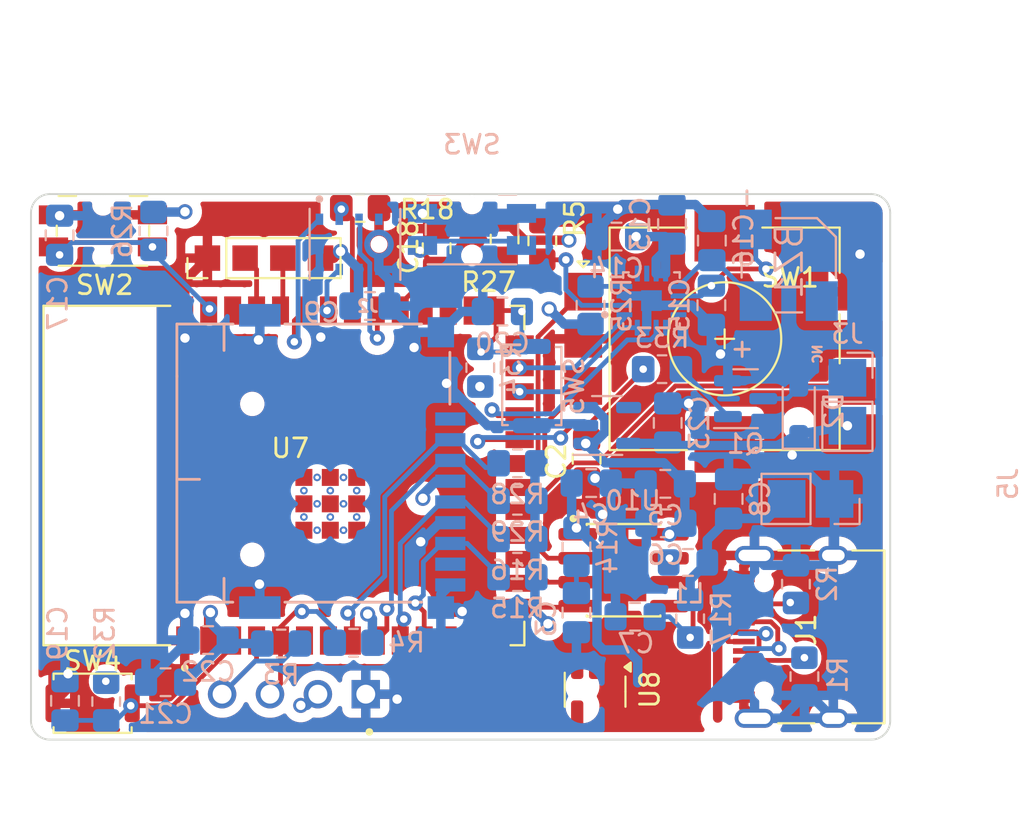
<source format=kicad_pcb>
(kicad_pcb (version 20241229) (generator "pcbnew") (generator_version "9.0")
  (layers (0 "F.Cu" signal) (4 "In1.Cu" power "GND") (6 "In2.Cu" power "3.3V") (2 "B.Cu" signal) (13 "F.Paste" user) (15 "B.Paste" user) (5 "F.SilkS" user "F.Silkscreen") (7 "B.SilkS" user "B.Silkscreen") (1 "F.Mask" user) (3 "B.Mask" user) (25 "Edge.Cuts" user))
  (net 0 "")
  (net 1 "Net-(J1-CC1)")
  (net 2 "/DATA+")
  (net 3 "/DATA-")
  (net 5 "Net-(J1-CC2)")
  (net 8 "+3.3V")
  (net 10 "GND")
  (net 11 "/ESP32 SDA")
  (net 12 "/LED1")
  (net 13 "/LED2")
  (net 14 "/LED3")
  (net 15 "/IO0")
  (net 16 "+BATT")
  (net 17 "Net-(J4-Pin_3)")
  (net 18 "/BUTTON 1")
  (net 21 "Net-(J4-Pin_2)")
  (net 29 "/BUTTON 2")
  (net 31 "/CS")
  (net 32 "/MOSI")
  (net 33 "/SCK")
  (net 34 "/MISO")
  (net 36 "/I2S BIT CLK")
  (net 37 "/I2S DATA OUTPUT")
  (net 38 "/I2S WORD SELECT ")
  (net 39 "/MIC ON{slash}OFF")
  (net 40 "Net-(C3-Pad1)")
  (net 41 "/ENCODER CLK")
  (net 42 "/ENCODER DATA")
  (net 43 "/ENCODER  SWITCH")
  (net 44 "+5VP")
  (net 45 "Net-(U4-BAT)")
  (net 46 "Net-(U4-SW)")
  (net 47 "+5V")
  (net 48 "/EN PIN")
  (net 49 "Net-(D2-A)")
  (net 50 "/DIN")
  (net 51 "Net-(Q1-B)")
  (net 52 "/Vibration motor PIN")
  (net 53 "/LRCLK")
  (net 54 "/BCLK")
  (net 55 "Net-(BZ1--)")
  (net 56 "Net-(BZ1-+)")
  (net 57 "/ESP32 SCK")
  (net 58 "Net-(J1-D--PadA7)")
  (net 59 "Net-(J1-D+-PadA6)")
  (net 61 "Net-(U6-GAIN_SLOT)")
  (net 62 "Net-(U6-SD_MODE)")
  (footprint "Button_Switch_SMD:Panasonic_EVQPUL_EVQPUC" (layer "F.Cu") (at 23.4 22.165)
    (property "Reference" "SW2")
    (property "Value" "SW_Push_Dual")
  )
  (footprint "Connector_PinHeader_2.00mm:PinHeader_1x04_P2.00mm_Vertical" (layer "F.Cu") (at 28.94 23.61 90)
    (property "Reference" "J4" (hide yes))
    (property "Value" "Conn_01x04")
  )
  (footprint "Connector_USB:USB_C_Receptacle_XKB_U262-16XN-4BVC11" (layer "F.Cu") (at 61.059 43.6962 90)
    (property "Reference" "J1")
    (property "Value" "USB_C_Receptacle_USB2.0")
  )
  (footprint "SamacSys_Parts:RotaryEncoder_Alps_EC11E-Switch_Vertical_H20mm_SMD" (layer "F.Cu") (at 48.87 25.39)
    (property "Reference" "SW1")
    (property "Value" "RotaryEncoder_Switch")
  )
  (footprint "OLED096:MODULE_DM-OLED096-636" (layer "F.Cu") (at 33.528 35.236 180)
    (property "Reference" "U7")
    (property "Value" "DM-OLED096-636")
  )
  (footprint "Capacitor_SMD:C_0805_2012Metric_Pad1.18x1.45mm_HandSolder" (layer "F.Cu") (at 41.095 23.0875 -90)
    (property "Reference" "C18")
    (property "Value" "C")
  )
  (footprint "Button_Switch_SMD:SW_Push_SPST_NO_Alps_SKRK" (layer "F.Cu") (at 22.8518 47.2186)
    (property "Reference" "SW4")
    (property "Value" "SW_Push")
  )
  (footprint "IP5306:SOIC9P127_490X600X170L84X42T330X241N" (layer "F.Cu") (at 51.01 40.1612)
    (property "Reference" "U4" (hide yes))
    (property "Value" "IP5306")
  )
  (footprint "Capacitor_SMD:C_0805_2012Metric_Pad1.18x1.45mm_HandSolder" (layer "F.Cu") (at 49.05 34.25 -90)
    (property "Reference" "C2")
    (property "Value" "10uF")
  )
  (footprint "Package_TO_SOT_SMD:SOT-23-5_HandSoldering" (layer "F.Cu") (at 49.5 46.5 -90)
    (property "Reference" "U8")
    (property "Value" "USBLC6-2SC6")
  )
  (footprint "Resistor_SMD:R_0805_2012Metric_Pad1.20x1.40mm_HandSolder" (layer "F.Cu") (at 37.04 20.95 180)
    (property "Reference" "R18")
    (property "Value" "100K")
  )
  (footprint "ESP32-S3-WROOM-1-N16R2:XCVR_ESP32-S3-WROOM-1-N16R2" (layer "F.Cu") (at 32.9968 35.1406 90)
    (property "Reference" "U3" (hide yes))
    (property "Value" "ESP32-S3-WROOM-1-N16R2")
  )
  (footprint "Resistor_SMD:R_0805_2012Metric_Pad1.20x1.40mm_HandSolder" (layer "F.Cu") (at 46.7 22.7 90)
    (property "Reference" "R5")
    (property "Value" "100K")
  )
  (footprint "Resistor_SMD:R_0805_2012Metric_Pad1.20x1.40mm_HandSolder" (layer "F.Cu") (at 44.7 22.6 -90)
    (property "Reference" "R27")
    (property "Value" "R")
  )
  (footprint "Resistor_SMD:R_0805_2012Metric_Pad1.20x1.40mm_HandSolder" (layer "B.Cu") (at 49.2578 26.1091 90)
    (property "Reference" "R25")
    (property "Value" "100K")
  )
  (footprint "Resistor_SMD:R_0805_2012Metric_Pad1.20x1.40mm_HandSolder" (layer "B.Cu") (at 54.54 42.73 90)
    (property "Reference" "R17")
    (property "Value" "R")
  )
  (footprint "Capacitor_SMD:C_0805_2012Metric_Pad1.18x1.45mm_HandSolder" (layer "B.Cu") (at 21.1 22.4 -90)
    (property "Reference" "C17")
    (property "Value" "C")
  )
  (footprint "Capacitor_SMD:C_0805_2012Metric_Pad1.18x1.45mm_HandSolder" (layer "B.Cu") (at 44.5809 26.4414)
    (property "Reference" "C20")
    (property "Value" "C")
  )
  (footprint "Resistor_SMD:R_0805_2012Metric_Pad1.20x1.40mm_HandSolder" (layer "B.Cu") (at 26.0774 22.1679 -90)
    (property "Reference" "R26")
    (property "Value" "R")
  )
  (footprint "Resistor_SMD:R_0805_2012Metric_Pad1.20x1.40mm_HandSolder" (layer "B.Cu") (at 43.41 29.42 90)
    (property "Reference" "R34")
    (property "Value" "10K")
  )
  (footprint "Resistor_SMD:R_0805_2012Metric_Pad1.20x1.40mm_HandSolder" (layer "B.Cu") (at 45.38 34.49)
    (property "Reference" "R28")
    (property "Value" "10K")
  )
  (footprint "Resistor_SMD:R_0805_2012Metric_Pad1.20x1.40mm_HandSolder" (layer "B.Cu") (at 45.38 36.48)
    (property "Reference" "R29")
    (property "Value" "10K")
  )
  (footprint "Capacitor_SMD:C_0805_2012Metric_Pad1.18x1.45mm_HandSolder" (layer "B.Cu") (at 50.6353 22.4691)
    (property "Reference" "C14")
    (property "Value" "0.1uF")
  )
  (footprint "Capacitor_SMD:C_0805_2012Metric_Pad1.18x1.45mm_HandSolder" (layer "B.Cu") (at 53.2225 35.5805)
    (property "Reference" "C5")
    (property "Value" "C")
  )
  (footprint "Resistor_SMD:R_0805_2012Metric_Pad1.20x1.40mm_HandSolder" (layer "B.Cu") (at 23.5712 47.1264 -90)
    (property "Reference" "R32")
    (property "Value" "10K")
  )
  (footprint "Capacitor_SMD:C_0805_2012Metric_Pad1.18x1.45mm_HandSolder" (layer "B.Cu") (at 21.3868 47.0877 -90)
    (property "Reference" "C19")
    (property "Value" "C")
  )
  (footprint "Capacitor_SMD:C_0805_2012Metric_Pad1.18x1.45mm_HandSolder" (layer "B.Cu") (at 37.56 26.15)
    (property "Reference" "C9")
    (property "Value" "C")
  )
  (footprint "Capacitor_SMD:C_0805_2012Metric_Pad1.18x1.45mm_HandSolder" (layer "B.Cu") (at 55.6918 22.6815 90)
    (property "Reference" "C16")
    (property "Value" "C")
  )
  (footprint "Diode_SMD:D_SOD-323_HandSoldering" (layer "B.Cu") (at 60.2996 31.7104 90)
    (property "Reference" "D2")
    (property "Value" "1N4148WT")
  )
  (footprint "Resistor_SMD:R_0805_2012Metric_Pad1.20x1.40mm_HandSolder" (layer "B.Cu") (at 36.69 44.01 180)
    (property "Reference" "R4")
    (property "Value" "4.7K")
  )
  (footprint "Resistor_SMD:R_0805_2012Metric_Pad1.20x1.40mm_HandSolder" (layer "B.Cu") (at 60.15 40.9 90)
    (property "Reference" "R2")
    (property "Value" "5.1k")
  )
  (footprint "Capacitor_SMD:C_0805_2012Metric_Pad1.18x1.45mm_HandSolder" (layer "B.Cu") (at 28.9775 43.8658)
    (property "Reference" "C22")
    (property "Value" "10uF")
  )
  (footprint "Resistor_SMD:R_0805_2012Metric_Pad1.20x1.40mm_HandSolder" (layer "B.Cu") (at 45.38 40.53)
    (property "Reference" "R15")
    (property "Value" "10K")
  )
  (footprint "Resistor_SMD:R_0805_2012Metric_Pad1.20x1.40mm_HandSolder" (layer "B.Cu") (at 45.38 38.51)
    (property "Reference" "R16")
    (property "Value" "10K")
  )
  (footprint "Capacitor_SMD:C_0805_2012Metric_Pad1.18x1.45mm_HandSolder" (layer "B.Cu") (at 53.252 37.672)
    (property "Reference" "C6")
    (property "Value" "C")
  )
  (footprint "Capacitor_SMD:C_0805_2012Metric_Pad1.18x1.45mm_HandSolder" (layer "B.Cu") (at 53.5778 21.8066 -90)
    (property "Reference" "C13")
    (property "Value" "10uF")
  )
  (footprint "Button_Switch_SMD:SW_Push_SPST_NO_Alps_SKRK" (layer "B.Cu") (at 46.1424 30.395 90)
    (property "Reference" "SW5")
    (property "Value" "SW_Push")
  )
  (footprint "Resistor_SMD:R_0805_2012Metric_Pad1.20x1.40mm_HandSolder" (layer "B.Cu") (at 60.6 45.8 -90)
    (property "Reference" "R1")
    (property "Value" "5.1k")
  )
  (footprint "Resistor_SMD:R_0805_2012Metric_Pad1.20x1.40mm_HandSolder" (layer "B.Cu") (at 53.05 29.5 180)
    (property "Reference" "R33")
    (property "Value" "10K")
  )
  (footprint "Inductor_SMD:L_0805_2012Metric_Pad1.15x1.40mm_HandSolder" (layer "B.Cu") (at 54.425 39.75)
    (property "Reference" "L1")
    (property "Value" "1uH")
  )
  (footprint "Capacitor_SMD:C_0805_2012Metric_Pad1.18x1.45mm_HandSolder" (layer "B.Cu") (at 49.2925 35.5405)
    (property "Reference" "C4")
    (property "Value" "C")
  )
  (footprint "Capacitor_SMD:C_0805_2012Metric_Pad1.18x1.45mm_HandSolder" (layer "B.Cu") (at 55.6664 26.1105 -90)
    (property "Reference" "C15")
    (property "Value" "C")
  )
  (footprint "Button_Switch_SMD:Panasonic_EVQPUL_EVQPUC" (layer "B.Cu") (at 42.97 22.09 180)
    (property "Reference" "SW3")
    (property "Value" "SW_Push_Dual")
  )
  (footprint "Resistor_SMD:R_0805_2012Metric_Pad1.20x1.40mm_HandSolder" (layer "B.Cu") (at 48.51 38.9178 90)
    (property "Reference" "R14")
    (property "Value" "R")
  )
  (footprint "Capacitor_SMD:C_0805_2012Metric_Pad1.18x1.45mm_HandSolder" (layer "B.Cu") (at 53.35 32.35 90)
    (property "Reference" "C23")
    (property "Value" "10uF")
  )
  (footprint "Capacitor_SMD:C_0805_2012Metric_Pad1.18x1.45mm_HandSolder" (layer "B.Cu") (at 48.51 42.4125 -90)
    (property "Reference" "C3")
    (property "Value" "C")
  )
  (footprint "Package_TO_SOT_SMD:SOT-23" (layer "B.Cu") (at 57.4802 31.0642)
    (property "Reference" "Q1")
    (property "Value" "MMBT3904")
  )
  (footprint "Connector_PinHeader_2.54mm:PinHeader_1x02_P2.54mm_Vertical" (layer "B.Cu") (at 62.195 36.38 90)
    (property "Reference" "J5")
    (property "Value" "Conn_01x02_Pin")
  )
  (footprint "Package_TO_SOT_SMD:SOT-23-5" (layer "B.Cu") (at 50.1396 32.4866)
    (property "Reference" "U10")
    (property "Value" "XC6220B331MR")
  )
  (footprint "Capacitor_SMD:C_0805_2012Metric_Pad1.18x1.45mm_HandSolder" (layer "B.Cu") (at 56.58 36.38 90)
    (property "Reference" "C8")
    (property "Value" "C")
  )
  (footprint "MAX98357AETE_T:QFN50P300X300X80-17N" (layer "B.Cu") (at 52.4878 25.8641)
    (property "Reference" "U6" (hide yes))
    (property "Value" "MAX98357AETE_T")
  )
  (footprint "INMP441:MIC_INMP441" (layer "B.Cu") (at 36.75 22.88 -90)
    (property "Reference" "MK1" (hide yes))
    (property "Value" "INMP441")
  )
  (footprint "Resistor_SMD:R_0805_2012Metric_Pad1.20x1.40mm_HandSolder" (layer "B.Cu") (at 32.85 44.05)
    (property "Reference" "R3")
    (property "Value" "4.7K")
  )
  (footprint "Capacitor_SMD:C_0805_2012Metric_Pad1.18x1.45mm_HandSolder" (layer "B.Cu") (at 26.7208 46.101)
    (property "Reference" "C21")
    (property "Value" "0.1uF")
  )
  (footprint "Connector_PinHeader_2.54mm:PinHeader_1x02_P2.54mm_Vertical" (layer "B.Cu") (at 62.88 29.96 180)
    (property "Reference" "J3")
    (property "Value" "Conn_01x02_Pin")
  )
  (footprint "Capacitor_SMD:C_0805_2012Metric_Pad1.18x1.45mm_HandSolder" (layer "B.Cu") (at 51.62 42.63 180)
    (property "Reference" "C7")
    (property "Value" "C")
  )
  (footprint "Buzzer-5mm-SMT:CUI_CSS-0575A-SMT" (layer "B.Cu") (at 59.77 23.99 90)
    (property "Reference" "BZ1")
    (property "Value" "Buzzer")
  )
  (footprint "MICRO SD forum:J_SD_Card-micro_socket_A" (layer "B.Cu") (at 34.798 35.3568 -90)
    (property "Reference" "J2")
    (property "Value" "Micro_SD_Card" (hide yes))
  )
  (gr_line (start 65.15 21.2147) (end 65.15 48.1453) (stroke (width 0.1)) (layer "Edge.Cuts"))
  (gr_arc (start 19.5824 21.2147) (mid 19.875293 20.507593) (end 20.5824 20.2147) (stroke (width 0.1)) (layer "Edge.Cuts"))
  (gr_arc (start 64.15 20.2147) (mid 64.857107 20.507593) (end 65.15 21.2147) (stroke (width 0.1)) (layer "Edge.Cuts"))
  (gr_arc (start 20.5824 49.1453) (mid 19.875293 48.852407) (end 19.5824 48.1453) (stroke (width 0.1)) (layer "Edge.Cuts"))
  (gr_line (start 19.5824 48.1453) (end 19.5824 21.2147) (stroke (width 0.1)) (layer "Edge.Cuts"))
  (gr_arc (start 65.15 48.1453) (mid 64.857107 48.852407) (end 64.15 49.1453) (stroke (width 0.1)) (layer "Edge.Cuts"))
  (gr_line (start 64.15 49.1453) (end 20.5824 49.1453) (stroke (width 0.1)) (layer "Edge.Cuts"))
  (gr_line (start 20.5824 20.2147) (end 64.15 20.2147) (stroke (width 0.1)) (layer "Edge.Cuts"))
  (segment (start 60.4538 44.9462) (end 60.6 44.8) (width 0.254) (layer "F.Cu") (net 1))
  (segment (start 57.389 44.9462) (end 60.4538 44.9462) (width 0.254) (layer "F.Cu") (net 1))
  (via (at 60.6 44.8) (size 0.8) (drill 0.4) (layers "F.Cu" "B.Cu") (net 1))
  (segment (start 57.389 41.9462) (end 59.7766 41.9462) (width 0.254) (layer "F.Cu") (net 5))
  (segment (start 59.7766 41.9462) (end 59.848 41.8748) (width 0.254) (layer "F.Cu") (net 5))
  (via (at 59.848 41.8748) (size 0.8) (drill 0.4) (layers "F.Cu" "B.Cu") (net 5))
  (segment (start 34.94 23.61) (end 35.645198 23.61) (width 0.5) (layer "F.Cu") (net 8))
  (segment (start 35.645198 23.61) (end 35.9987 23.256498) (width 0.5) (layer "F.Cu") (net 8))
  (segment (start 29.0068 42.4932) (end 29.1 42.4) (width 0.5) (layer "F.Cu") (net 8))
  (segment (start 45.758748 22.658748) (end 48.110193 22.658748) (width 0.5) (layer "F.Cu") (net 8))
  (segment (start 29.0068 43.8906) (end 29.0068 42.4932) (width 0.5) (layer "F.Cu") (net 8))
  (segment (start 44.7 21.6) (end 45.758748 22.658748) (width 0.5) (layer "F.Cu") (net 8))
  (via (at 40.366353 36.35) (size 0.8) (drill 0.5) (layers "F.Cu" "B.Cu") (net 8))
  (via (at 35.9987 23.256498) (size 0.8) (drill 0.5) (layers "F.Cu" "B.Cu") (net 8))
  (via (at 23.55 46.05) (size 0.8) (drill 0.4) (layers "F.Cu" "B.Cu") (net 8))
  (via (at 62.88 32.5) (size 0.8) (drill 0.5) (layers "F.Cu" "B.Cu") (net 8))
  (via (at 37.439474 42.487139) (size 0.8) (drill 0.5) (layers "F.Cu" "B.Cu") (net 8))
  (via (at 47.063816 26.307916) (size 0.8) (drill 0.5) (layers "F.Cu" "B.Cu") (net 8))
  (via (at 43.39 30.42) (size 0.8) (drill 0.5) (layers "F.Cu" "B.Cu") (net 8))
  (via (at 51.6728 22.4691) (size 0.8) (drill 0.5) (layers "F.Cu" "B.Cu") (net 8))
  (via (at 47 43) (size 0.8) (drill 0.5) (layers "F.Cu" "B.Cu") (net 8))
  (via (at 29.1 42.4) (size 0.8) (drill 0.5) (layers "F.Cu" "B.Cu") (net 8))
  (via (at 27.75 21.15) (size 0.8) (drill 0.5) (layers "F.Cu" "B.Cu") (net 8))
  (via (at 48.110193 22.658748) (size 0.8) (drill 0.5) (layers "F.Cu" "B.Cu") (net 8))
  (via (at 33.89 47.33) (size 0.8) (drill 0.5) (layers "F.Cu" "B.Cu") (net 8))
  (segment (start 36.95 25.7225) (end 36.95 24.24) (width 0.5) (layer "B.Cu") (net 8))
  (segment (start 37.69 42.737665) (end 37.439474 42.487139) (width 0.5) (layer "B.Cu") (net 8))
  (segment (start 51.6728 22.4691) (end 53.2028 22.4691) (width 0.5) (layer "B.Cu") (net 8))
  (segment (start 23.5712 46.0712) (end 23.55 46.05) (width 0.254) (layer "B.Cu") (net 8))
  (segment (start 41.819855 35.441768) (end 41.066655 35.441768) (width 0.5) (layer "B.Cu") (net 8))
  (segment (start 26.0774 21.1679) (end 27.7321 21.1679) (width 0.5) (layer "B.Cu") (net 8))
  (segment (start 53.3009 33.4366) (end 53.35 33.3875) (width 0.5) (layer "B.Cu") (net 8))
  (segment (start 60.2996 32.9604) (end 59.16 33.55) (width 0.5) (layer "B.Cu") (net 8))
  (segment (start 23.5712 46.1264) (end 23.5712 46.0712) (width 0.254) (layer "B.Cu") (net 8))
  (segment (start 31.85 44.05) (end 30.1992 44.05) (width 0.5) (layer "B.Cu") (net 8))
  (segment (start 34.204 47.33) (end 34.798 46.736) (width 0.5) (layer "B.Cu") (net 8))
  (segment (start 52.7378 23.6841) (end 53.5778 22.8441) (width 0.5) (layer "B.Cu") (net 8))
  (segment (start 53.5125 33.55) (end 53.35 33.3875) (width 0.5) (layer "B.Cu") (net 8))
  (segment (start 30.1992 44.05) (end 30.015 43.8658) (width 0.5) (layer "B.Cu") (net 8))
  (segment (start 41.066655 35.441768) (end 40.366353 36.14207) (width 0.5) (layer "B.Cu") (net 8))
  (segment (start 36.5225 26.15) (end 36.95 25.7225) (width 0.5) (layer "B.Cu") (net 8))
  (segment (start 27.7798 46.101) (end 30.015 43.8658) (width 0.5) (layer "B.Cu") (net 8))
  (segment (start 53.2028 22.4691) (end 53.5778 22.8441) (width 0.5) (layer "B.Cu") (net 8))
  (segment (start 35.9987 23.256498) (end 36.026498 23.256498) (width 0.5) (layer "B.Cu") (net 8))
  (segment (start 52.7378 24.4291) (end 52.7378 23.6841) (width 0.5) (layer "B.Cu") (net 8))
  (segment (start 52.7378 24.4291) (end 53.2378 24.4291) (width 0.5) (layer "B.Cu") (net 8))
  (segment (start 33.89 47.33) (end 34.204 47.33) (width 0.5) (layer "B.Cu") (net 8))
  (segment (start 46.31 42.31) (end 47 43) (width 0.5) (layer "B.Cu") (net 8))
  (segment (start 60.2996 32.9604) (end 62.88 32.5) (width 0.5) (layer "B.Cu") (net 8))
  (segment (start 53.2378 23.1841) (end 53.5778 22.8441) (width 0.5) (layer "B.Cu") (net 8))
  (segment (start 62.88 32.5) (end 62.5678 32.5) (width 0.5) (layer "B.Cu") (net 8))
  (segment (start 27.7583 46.101) (end 27.7798 46.101) (width 0.5) (layer "B.Cu") (net 8))
  (segment (start 40.366353 36.14207) (end 40.366353 36.35) (width 0.5) (layer "B.Cu") (net 8))
  (segment (start 53.2378 24.4291) (end 53.2378 23.1841) (width 0.5) (layer "B.Cu") (net 8))
  (segment (start 29.1 42.9508) (end 30.015 43.8658) (width 0.5) (layer "B.Cu") (net 8))
  (segment (start 49.2578 27.1091) (end 47.865 27.1091) (width 0.5) (layer "B.Cu") (net 8))
  (segment (start 29.1 42.4) (end 29.1 42.9508) (width 0.5) (layer "B.Cu") (net 8))
  (segment (start 27.7321 21.1679) (end 27.75 21.15) (width 0.5) (layer "B.Cu") (net 8))
  (segment (start 47.865 27.1091) (end 47.063816 26.307916) (width 0.5) (layer "B.Cu") (net 8))
  (segment (start 51.2771 33.4366) (end 53.3009 33.4366) (width 0.5) (layer "B.Cu") (net 8))
  (segment (start 59.16 33.55) (end 53.5125 33.55) (width 0.5) (layer "B.Cu") (net 8))
  (segment (start 46.31 34.3) (end 46.31 42.31) (width 0.5) (layer "B.Cu") (net 8))
  (segment (start 37.69 44.01) (end 37.69 42.737665) (width 0.5) (layer "B.Cu") (net 8))
  (segment (start 36.026498 23.256498) (end 36.98 24.21) (width 0.5) (layer "B.Cu") (net 8))
  (segment (start 36.95 24.24) (end 36.98 24.21) (width 0.5) (layer "B.Cu") (net 8))
  (segment (start 57.389 47.0462) (end 57.389 47.4512) (width 0.5) (layer "F.Cu") (net 10))
  (segment (start 38.04 20.95) (end 40.055 20.95) (width 0.5) (layer "F.Cu") (net 10))
  (segment (start 46.7 21.7) (end 50.0142 21.7) (width 0.5) (layer "F.Cu") (net 10))
  (segment (start 59.39 33.49) (end 59.95 34.05) (width 0.5) (layer "F.Cu") (net 10))
  (segment (start 51.01 40.1612) (end 51.01 37.86) (width 0.5) (layer "F.Cu") (net 10))
  (segment (start 60.27 22.29) (end 63.37 25.39) (width 0.5) (layer "F.Cu") (net 10))
  (segment (start 50.35 37.2) (end 49.9 37.2) (width 0.5) (layer "F.Cu") (net 10))
  (segment (start 40.055 20.95) (end 40.345 21.24) (width 0.5) (layer "F.Cu") (net 10))
  (segment (start 21.55 45.65) (end 21.55 46.4204) (width 0.5) (layer "F.Cu") (net 10))
  (segment (start 41.095 21.99) (end 40.345 21.24) (width 0.5) (layer "F.Cu") (net 10))
  (segment (start 49.496 35.2875) (end 49.496 36.796) (width 0.5) (layer "F.Cu") (net 10))
  (segment (start 57.389 40.3462) (end 57.389 39.9412) (width 0.5) (layer "F.Cu") (net 10))
  (segment (start 38.736 46.736) (end 39 47) (width 0.5) (layer "F.Cu") (net 10))
  (segment (start 57.389 39.9412) (end 57.954 39.3762) (width 0.5) (layer "F.Cu") (net 10))
  (segment (start 57.389 47.4512) (end 57.954 48.0162) (width 0.5) (layer "F.Cu") (net 10))
  (segment (start 50.0142 21.7) (end 50.7 21.0142) (width 0.5) (layer "F.Cu") (net 10))
  (segment (start 27.7368 42.4632) (end 27.75 42.45) (width 0.5) (layer "F.Cu") (net 10))
  (segment (start 37.338 46.736) (end 38.736 46.736) (width 0.5) (layer "F.Cu") (net 10))
  (segment (start 63.37 25.39) (end 63.37 23.58) (width 0.5) (layer "F.Cu") (net 10))
  (segment (start 27.7368 24.8132) (end 27.7368 26.3906) (width 0.5) (layer "F.Cu") (net 10))
  (segment (start 49.496 36.796) (end 49.9 37.2) (width 0.5) (layer "F.Cu") (net 10))
  (segment (start 63.37 23.58) (end 63.55 23.4) (width 0.5) (layer "F.Cu") (net 10))
  (segment (start 27.7368 43.8906) (end 27.7368 42.4632) (width 0.5) (layer "F.Cu") (net 10))
  (segment (start 28.94 23.61) (end 27.7368 24.8132) (width 0.5) (layer "F.Cu") (net 10))
  (segment (start 27.7368 27.8368) (end 27.75 27.85) (width 0.5) (layer "F.Cu") (net 10))
  (segment (start 56.37 22.29) (end 60.27 22.29) (width 0.5) (layer "F.Cu") (net 10))
  (segment (start 27.7368 26.3906) (end 27.7368 27.8368) (width 0.5) (layer "F.Cu") (net 10))
  (segment (start 21.55 46.4204) (end 20.7518 47.2186) (width 0.5) (layer "F.Cu") (net 10))
  (segment (start 56.37 33.49) (end 59.39 33.49) (width 0.5) (layer "F.Cu") (net 10))
  (segment (start 51.01 37.86) (end 50.35 37.2) (width 0.5) (layer "F.Cu") (net 10))
  (segment (start 41.095 22.05) (end 41.095 21.99) (width 0.5) (layer "F.Cu") (net 10))
  (via (at 50.7 21.0142) (size 0.8) (drill 0.5) (layers "F.Cu" "B.Cu") (net 10))
  (via (at 31.65 27.95) (size 0.8) (drill 0.5) (layers "F.Cu" "B.Cu") (net 10))
  (via (at 63.55 23.4) (size 0.8) (drill 0.5) (layers "F.Cu" "B.Cu") (net 10))
  (via (at 39 47) (size 0.8) (drill 0.5) (layers "F.Cu" "B.Cu") (net 10))
  (via (at 27.75 27.85) (size 0.8) (drill 0.5) (layers "F.Cu" "B.Cu") (net 10))
  (via (at 41.62 30.25) (size 0.8) (drill 0.5) (layers "F.Cu" "B.Cu") (net 10))
  (via (at 59.95 34.05) (size 0.8) (drill 0.5) (layers "F.Cu" "B.Cu") (net 10))
  (via (at 21.55 45.65) (size 0.8) (drill 0.5) (layers "F.Cu" "B.Cu") (net 10))
  (via (at 40.25 38.65) (size 0.8) (drill 0.5) (layers "F.Cu" "B.Cu") (net 10))
  (via (at 54.4625 31.3125) (size 0.8) (drill 0.5) (layers "F.Cu" "B.Cu") (net 10))
  (via (at 39.9 28.35) (size 0.8) (drill 0.5) (layers "F.Cu" "B.Cu") (net 10))
  (via (at 31.7 40.9) (size 0.8) (drill 0.5) (layers "F.Cu" "B.Cu") (net 10))
  (via (at 27.75 42.45) (size 0.8) (drill 0.5) (layers "F.Cu" "B.Cu") (net 10))
  (via (at 42.45 42.35) (size 0.8) (drill 0.5) (layers "F.Cu" "B.Cu") (net 10))
  (via (at 34.95 27.8) (size 0.8) (drill 0.5) (layers "F.Cu" "B.Cu") (net 10))
  (via (at 49.496 35.2875) (size 0.8) (drill 0.5) (layers "F.Cu" "B.Cu") (net 10))
  (via (at 40.345 21.24) (size 0.8) (drill 0.5) (layers "F.Cu" "B.Cu") (net 10))
  (via (at 56.15 28.7) (size 0.8) (drill 0.5) (layers "F.Cu" "B.Cu") (net 10))
  (via (at 21.1 21.3625) (size 0.8) (drill 0.5) (layers "F.Cu" "B.Cu") (net 10))
  (via (at 49.9 37.2) (size 0.8) (drill 0.5) (layers "F.Cu" "B.Cu") (net 10))
  (segment (start 56.5427 29.0927) (end 56.15 28.7) (width 0.5) (layer "B.Cu") (net 10))
  (segment (start 34.5299 24.5601) (end 34.5299 27.3799) (width 0.5) (layer "B.Cu") (net 10))
  (segment (start 55.6664 27.148) (end 55.6664 28.2164) (width 0.5) (layer "B.Cu") (net 10))
  (segment (start 31.719855 26.641768) (end 31.719855 27.880145) (width 0.5) (layer "B.Cu") (net 10))
  (segment (start 52.4878 25.8641) (end 52.7378 26.1141) (width 0.5) (layer "B.Cu") (net 10))
  (segment (start 56.8941 35.0284) (end 57.55 35.0284) (width 0.5) (layer "B.Cu") (net 10))
  (segment (start 38.5975 26.15) (end 38.5975 24.7775) (width 0.5) (layer "B.Cu") (net 10))
  (segment (start 39.989268 28.260732) (end 39.9 28.35) (width 0.5) (layer "B.Cu") (net 10))
  (segment (start 39.989268 27.541768) (end 39.989268 28.260732) (width 0.5) (layer "B.Cu") (net 10))
  (segment (start 56.8941 35.0284) (end 58.9716 35.0284) (width 0.5) (layer "B.Cu") (net 10))
  (segment (start 49.5978 22.4691) (end 49.5978 22.1164) (width 0.5) (layer "B.Cu") (net 10))
  (segment (start 54.8169 20.7691) (end 55.6918 21.644) (width 0.5) (layer "B.Cu") (net 10))
  (segment (start 45.241 21.594) (end 45.595 21.24) (width 0.5) (layer "B.Cu") (net 10))
  (segment (start 53.5778 20.7691) (end 54.8169 20.7691) (width 0.5) (layer "B.Cu") (net 10))
  (segment (start 41.319855 43.307655) (end 41.8718 43.8596) (width 0.5) (layer "B.Cu") (net 10))
  (segment (start 56.5427 30.1142) (end 56.5427 29.0927) (width 0.5) (layer "B.Cu") (net 10))
  (segment (start 42.420223 26.4414) (end 41.319855 27.541768) (width 0.5) (layer "B.Cu") (net 10))
  (segment (start 60.9178 46.8) (end 62.134 48.0162) (width 0.5) (layer "B.Cu") (net 10))
  (segment (start 31.719855 40.919855) (end 31.7 40.9) (width 0.5) (layer "B.Cu") (net 10))
  (segment (start 52.145 35.5405) (end 52.185 35.5805) (width 0.5) (layer "B.Cu") (net 10))
  (segment (start 58.9716 35.0284) (end 59.95 34.05) (width 0.5) (layer "B.Cu") (net 10))
  (segment (start 25.7048 46.101) (end 27.94 43.8658) (width 0.5) (layer "B.Cu") (net 10))
  (segment (start 61.6102 39.9) (end 62.134 39.3762) (width 0.5) (layer "B.Cu") (net 10))
  (segment (start 62.195 36.38) (end 62.195 39.3152) (width 0.5) (layer "B.Cu") (net 10))
  (segment (start 53.9228 26.1141) (end 54.6325 26.1141) (width 0.5) (layer "B.Cu") (net 10))
  (segment (start 51.0528 25.6141) (end 52.2378 25.6141) (width 0.5) (layer "B.Cu") (net 10))
  (segment (start 52.2145 35.61) (end 52.185 35.5805) (width 0.5) (layer "B.Cu") (net 10))
  (segment (start 31.719855 27.880145) (end 31.65 27.95) (width 0.5) (layer "B.Cu") (net 10))
  (segment (start 49.496 35.2875) (end 49.749 35.5405) (width 0.5) (layer "B.Cu") (net 10))
  (segment (start 27.75 43.6758) (end 27.94 43.8658) (width 0.5) (layer "B.Cu") (net 10))
  (segment (start 52.7378 26.1141) (end 53.9228 26.1141) (width 0.5) (layer "B.Cu") (net 10))
  (segment (start 60.8434 35.0284) (end 62.195 36.38) (width 0.5) (layer "B.Cu") (net 10))
  (segment (start 52.2378 26.1141) (end 52.4878 25.8641) (width 0.5) (layer "B.Cu") (net 10))
  (segment (start 31.719855 42.141768) (end 31.719855 40.919855) (width 0.5) (layer "B.Cu") (net 10))
  (segment (start 56.58 35.3425) (end 56.8941 35.0284) (width 0.5) (layer "B.Cu") (net 10))
  (segment (start 46.1424 32.495) (end 46.239 32.3984) (width 0.5) (layer "B.Cu") (net 10))
  (segment (start 50.9451 20.7691) (end 50.7 21.0142) (width 0.5) (layer "B.Cu") (net 10))
  (segment (start 34.88 24.21) (end 34.5299 24.5601) (width 0.5) (layer "B.Cu") (net 10))
  (segment (start 54.4625 31.3125) (end 53.35 31.3125) (width 0.5) (layer "B.Cu") (net 10))
  (segment (start 25.6833 46.101) (end 25.7048 46.101) (width 0.5) (layer "B.Cu") (net 10))
  (segment (start 42.241768 42.141768) (end 42.45 42.35) (width 0.5) (layer "B.Cu") (net 10))
  (segment (start 50.33 35.5405) (end 52.145 35.5405) (width 0.5) (layer "B.Cu") (net 10))
  (segment (start 40.345 21.24) (end 40.699 21.594) (width 0.5) (layer "B.Cu") (net 10))
  (segment (start 62.195 39.3152) (end 62.134 39.3762) (width 0.5) (layer "B.Cu") (net 10))
  (segment (start 41.319855 27.541768) (end 39.989268 27.541768) (width 0.5) (layer "B.Cu") (net 10))
  (segment (start 38.03 23.634) (end 38.04 23.634) (width 0.5) (layer "B.Cu") (net 10))
  (segment (start 41.319855 42.141768) (end 41.319855 43.307655) (width 0.5) (layer "B.Cu") (net 10))
  (segment (start 53.5778 20.7691) (end 50.9451 20.7691) (width 0.5) (layer "B.Cu") (net 10))
  (segment (start 59.3838 48.0162) (end 57.954 48.0162) (width 0.5) (layer "B.Cu") (net 10))
  (segment (start 38.5975 24.7775) (end 38.03 24.21) (width 0.5) (layer "B.Cu") (net 10))
  (segment (start 40.699 21.594) (end 45.241 21.594) (width 0.5) (layer "B.Cu") (net 10))
  (segment (start 38.03 24.21) (end 38.03 23.634) (width 0.5) (layer "B.Cu") (net 10))
  (segment (start 39.989268 27.541768) (end 38.5975 26.15) (width 0.5) (layer "B.Cu") (net 10))
  (segment (start 52.2378 27.2991) (end 52.2378 26.1141) (width 0.5) (layer "B.Cu") (net 10))
  (segment (start 42.971455 31.661535) (end 42.971455 31.632246) (width 0.5) (layer "B.Cu") (net 10))
  (segment (start 48.9139 32.3984) (end 49.0021 32.4866) (width 0.5) (layer "B.Cu") (net 10))
  (segment (start 60.6 46.8) (end 60.9178 46.8) (width 0.5) (layer "B.Cu") (net 10))
  (segment (start 43.80492 32.495) (end 42.971455 31.661535) (width 0.5) (layer "B.Cu") (net 10))
  (segment (start 60.15 39.9) (end 58.4778 39.9) (width 0.5) (layer "B.Cu") (net 10))
  (segment (start 52.2378 25.6141) (end 52.4878 25.8641) (width 0.5) (layer "B.Cu") (net 10))
  (segment (start 60.15 39.9) (end 61.6102 39.9) (width 0.5) (layer "B.Cu") (net 10))
  (segment (start 60.6 46.8) (end 59.3838 48.0162) (width 0.5) (layer "B.Cu") (net 10))
  (segment (start 46.1424 32.495) (end 43.80492 32.495) (width 0.5) (layer "B.Cu") (net 10))
  (segment (start 41.258232 37.641768) (end 40.25 38.65) (width 0.5) (layer "B.Cu") (net 10))
  (segment (start 21.3868 45.8132) (end 21.55 45.65) (width 0.5) (layer "B.Cu") (net 10))
  (segment (start 21.3868 46.0502) (end 21.3868 45.8132) (width 0.5) (layer "B.Cu") (net 10))
  (segment (start 49.749 35.5405) (end 50.33 35.5405) (width 0.5) (layer "B.Cu") (net 10))
  (segment (start 43.5434 26.4414) (end 42.420223 26.4414) (width 0.5) (layer "B.Cu") (net 10))
  (segment (start 41.319855 42.141768) (end 41.319855 41.441768) (width 0.5) (layer "B.Cu") (net 10))
  (segment (start 54.6325 26.1141) (end 55.6664 27.148) (width 0.5) (layer "B.Cu") (net 10))
  (segment (start 49.5978 22.1164) (end 50.7 21.0142) (width 0.5) (layer "B.Cu") (net 10))
  (segment (start 41.319855 42.141768) (end 42.241768 42.141768) (width 0.5) (layer "B.Cu") (net 10))
  (segment (start 46.239 32.3984) (end 48.9139 32.3984) (width 0.5) (layer "B.Cu") (net 10))
  (segment (start 57.55 35.0284) (end 60.8434 35.0284) (width 0.5) (layer "B.Cu") (net 10))
  (segment (start 41.319855 41.441768) (end 41.819855 40.941768) (width 0.5) (layer "B.Cu") (net 10))
  (segment (start 55.6664 28.2164) (end 56.15 28.7) (width 0.5) (layer "B.Cu") (net 10))
  (segment (start 52.2145 37.672) (end 52.2145 35.61) (width 0.5) (layer "B.Cu") (net 10))
  (segment (start 41.62 30.280791) (end 41.62 30.25) (width 0.5) (layer "B.Cu") (net 10))
  (segment (start 42.971455 31.632246) (end 41.62 30.280791) (width 0.5) (layer "B.Cu") (net 10))
  (segment (start 41.819855 37.641768) (end 41.258232 37.641768) (width 0.5) (layer "B.Cu") (net 10))
  (segment (start 34.5299 27.3799) (end 34.95 27.8) (width 0.5) (layer "B.Cu") (net 10))
  (segment (start 27.75 42.45) (end 27.75 43.6758) (width 0.5) (layer "B.Cu") (net 10))
  (segment (start 58.4778 39.9) (end 57.954 39.3762) (width 0.5) (layer "B.Cu") (net 10))
  (segment (start 31.5468 43.8906) (end 31.5468 44.9072) (width 0.254) (layer "F.Cu") (net 11))
  (segment (start 31.5468 44.9072) (end 29.718 46.736) (width 0.254) (layer "F.Cu") (net 11))
  (segment (start 33.85 44.05) (end 32.9214 44.9786) (width 0.254) (layer "B.Cu") (net 11))
  (segment (start 31.4754 44.9786) (end 29.718 46.736) (width 0.254) (layer "B.Cu") (net 11))
  (segment (start 32.9214 44.9786) (end 31.4754 44.9786) (width 0.254) (layer "B.Cu") (net 11))
  (segment (start 45.7968 38.3156) (end 47.0074 39.5262) (width 0.254) (layer "F.Cu") (net 12))
  (segment (start 47.0074 39.5262) (end 48.58 39.5262) (width 0.254) (layer "F.Cu") (net 12))
  (segment (start 45.4968 38.3156) (end 45.7968 38.3156) (width 0.254) (layer "F.Cu") (net 12))
  (segment (start 45.7968 39.5856) (end 47.0074 40.7962) (width 0.254) (layer "F.Cu") (net 13))
  (segment (start 47.0074 40.7962) (end 48.58 40.7962) (width 0.254) (layer "F.Cu") (net 13))
  (segment (start 45.4968 39.5856) (end 45.7968 39.5856) (width 0.254) (layer "F.Cu") (net 13))
  (segment (start 45.4968 42.1256) (end 48.5206 42.1256) (width 0.254) (layer "F.Cu") (net 14))
  (segment (start 48.5206 42.1256) (end 48.58 42.0662) (width 0.254) (layer "F.Cu") (net 14))
  (segment (start 45.5676 26.3906) (end 45.6184 26.4414) (width 0.254) (layer "F.Cu") (net 15))
  (segment (start 44.2468 26.3906) (end 44.2468 27.7932) (width 0.254) (layer "F.Cu") (net 15))
  (segment (start 44.2468 27.7932) (end 43.45 28.59) (width 0.254) (layer "F.Cu") (net 15))
  (segment (start 44.2468 26.3906) (end 45.5676 26.3906) (width 0.254) (layer "F.Cu") (net 15))
  (via (at 45.6184 26.4414) (size 0.8) (drill 0.4) (layers "F.Cu" "B.Cu") (net 15))
  (via (at 43.45 28.59) (size 0.8) (drill 0.4) (layers "F.Cu" "B.Cu") (net 15))
  (segment (start 45.6184 26.4414) (end 45.6184 27.771) (width 0.254) (layer "B.Cu") (net 15))
  (segment (start 43.45 28.59) (end 45.8474 28.59) (width 0.254) (layer "B.Cu") (net 15))
  (segment (start 45.6184 27.771) (end 46.1424 28.295) (width 0.254) (layer "B.Cu") (net 15))
  (segment (start 45.8474 28.59) (end 46.1424 28.295) (width 0.254) (layer "B.Cu") (net 15))
  (segment (start 55.45 39.75) (end 55.45 38.5475) (width 0.5) (layer "B.Cu") (net 16))
  (segment (start 55.45 38.5475) (end 56.58 37.4175) (width 0.5) (layer "B.Cu") (net 16))
  (segment (start 56.58 37.4175) (end 58.6175 37.4175) (width 0.5) (layer "B.Cu") (net 16))
  (segment (start 58.6175 37.4175) (end 59.655 36.38) (width 0.5) (layer "B.Cu") (net 16))
  (segment (start 54.54 41.73) (end 54.54 40.66) (width 0.5) (layer "B.Cu") (net 16))
  (segment (start 54.54 40.66) (end 55.45 39.75) (width 0.5) (layer "B.Cu") (net 16))
  (segment (start 32.94 23.61) (end 32.94 26.2674) (width 0.254) (layer "F.Cu") (net 17))
  (segment (start 32.94 26.2674) (end 32.8168 26.3906) (width 0.254) (layer "F.Cu") (net 17))
  (segment (start 25.794 22.784) (end 26.025 23.015) (width 0.254) (layer "F.Cu") (net 18))
  (segment (start 20.775 23.1125) (end 21.1 23.4375) (width 0.254) (layer "F.Cu") (net 18))
  (segment (start 20.775 23.015) (end 21.006 22.784) (width 0.254) (layer "F.Cu") (net 18))
  (segment (start 29.0068 26.3432) (end 29.05 26.3) (width 0.254) (layer "F.Cu") (net 18))
  (segment (start 20.775 23.015) (end 20.775 23.1125) (width 0.254) (layer "F.Cu") (net 18))
  (segment (start 21.006 22.784) (end 25.794 22.784) (width 0.254) (layer "F.Cu") (net 18))
  (segment (start 29.0068 26.3906) (end 29.0068 26.3432) (width 0.254) (layer "F.Cu") (net 18))
  (via (at 29.05 26.3) (size 0.8) (drill 0.4) (layers "F.Cu" "B.Cu") (net 18))
  (via (at 21.1 23.4375) (size 0.8) (drill 0.4) (layers "F.Cu" "B.Cu") (net 18))
  (via (at 26.025 23.015) (size 0.8) (drill 0.4) (layers "F.Cu" "B.Cu") (net 18))
  (segment (start 26.0774 23.3274) (end 26.0774 23.1679) (width 0.254) (layer "B.Cu") (net 18))
  (segment (start 25.6935 22.784) (end 26.0774 23.1679) (width 0.254) (layer "B.Cu") (net 18))
  (segment (start 21.1 23.4375) (end 21.7535 22.784) (width 0.254) (layer "B.Cu") (net 18))
  (segment (start 21.7535 22.784) (end 25.6935 22.784) (width 0.254) (layer "B.Cu") (net 18))
  (segment (start 29.05 26.3) (end 26.0774 23.3274) (width 0.254) (layer "B.Cu") (net 18))
  (segment (start 31.5468 24.2168) (end 31.5468 26.3906) (width 0.254) (layer "F.Cu") (net 21))
  (segment (start 30.94 23.61) (end 31.5468 24.2168) (width 0.254) (layer "F.Cu") (net 21))
  (segment (start 41.095 24.073939) (end 40.217407 23.196346) (width 0.254) (layer "F.Cu") (net 29))
  (segment (start 39.1668 26.0532) (end 39.1668 26.3906) (width 0.254) (layer "F.Cu") (net 29))
  (segment (start 41.095 24.125) (end 41.095 24.073939) (width 0.254) (layer "F.Cu") (net 29))
  (segment (start 44.079 24.221) (end 41.191 24.221) (width 0.254) (layer "F.Cu") (net 29))
  (segment (start 44.7 23.6) (end 44.079 24.221) (width 0.254) (layer "F.Cu") (net 29))
  (segment (start 41.095 24.125) (end 39.1668 26.0532) (width 0.254) (layer "F.Cu") (net 29))
  (segment (start 41.191 24.221) (end 41.095 24.125) (width 0.254) (layer "F.Cu") (net 29))
  (via (at 40.217407 23.196346) (size 0.8) (drill 0.4) (layers "F.Cu" "B.Cu") (net 29))
  (segment (start 40.576 22.709) (end 45.364 22.709) (width 0.254) (layer "B.Cu") (net 29))
  (segment (start 45.364 22.709) (end 45.595 22.94) (width 0.254) (layer "B.Cu") (net 29))
  (segment (start 40.345 22.94) (end 40.576 22.709) (width 0.254) (layer "B.Cu") (net 29))
  (segment (start 36.6268 42.673797) (end 36.387298 42.434295) (width 0.254) (layer "F.Cu") (net 31))
  (segment (start 36.6268 43.8906) (end 36.6268 42.673797) (width 0.254) (layer "F.Cu") (net 31))
  (via (at 36.387298 42.434295) (size 0.8) (drill 0.4) (layers "F.Cu" "B.Cu") (net 31))
  (segment (start 43.7 34.72) (end 43.89 34.72) (width 0.254) (layer "B.Cu") (net 31))
  (segment (start 41.819855 33.241768) (end 41.369855 33.241768) (width 0.254) (layer "B.Cu") (net 31))
  (segment (start 38.3444 36.267223) (end 38.3444 40.477193) (width 0.254) (layer "B.Cu") (net 31))
  (segment (start 43.89 34.72) (end 44.31 34.3) (width 0.254) (layer "B.Cu") (net 31))
  (segment (start 38.3444 40.477193) (end 36.387298 42.434295) (width 0.254) (layer "B.Cu") (net 31))
  (segment (start 42.221768 33.241768) (end 43.7 34.72) (width 0.254) (layer "B.Cu") (net 31))
  (segment (start 41.819855 33.241768) (end 42.221768 33.241768) (width 0.254) (layer "B.Cu") (net 31))
  (segment (start 41.369855 33.241768) (end 38.3444 36.267223) (width 0.254) (layer "B.Cu") (net 31))
  (segment (start 38.455118 43.332282) (end 38.455118 42.207253) (width 0.254) (layer "F.Cu") (net 32))
  (segment (start 37.8968 43.8906) (end 38.455118 43.332282) (width 0.254) (layer "F.Cu") (net 32))
  (via (at 38.455118 42.207253) (size 0.8) (drill 0.4) (layers "F.Cu" "B.Cu") (net 32))
  (segment (start 41.369855 34.341768) (end 38.7 37.011623) (width 0.254) (layer "B.Cu") (net 32))
  (segment (start 42.241768 34.341768) (end 44.19 36.29) (width 0.254) (layer "B.Cu") (net 32))
  (segment (start 41.819855 34.341768) (end 42.241768 34.341768) (width 0.254) (layer "B.Cu") (net 32))
  (segment (start 44.19 36.29) (end 44.31 36.29) (width 0.254) (layer "B.Cu") (net 32))
  (segment (start 38.7 37.011623) (end 38.7 41.962371) (width 0.254) (layer "B.Cu") (net 32))
  (segment (start 38.7 41.962371) (end 38.455118 42.207253) (width 0.254) (layer "B.Cu") (net 32))
  (segment (start 41.819855 34.341768) (end 41.369855 34.341768) (width 0.254) (layer "B.Cu") (net 32))
  (segment (start 39.1668 43.8906) (end 39.1668 42.944042) (width 0.254) (layer "F.Cu") (net 33))
  (segment (start 39.1668 42.944042) (end 39.353758 42.757084) (width 0.254) (layer "F.Cu") (net 33))
  (via (at 39.353758 42.757084) (size 0.8) (drill 0.4) (layers "F.Cu" "B.Cu") (net 33))
  (segment (start 41.369855 36.541768) (end 41.819855 36.541768) (width 0.254) (layer "B.Cu") (net 33))
  (segment (start 44.31 38.25) (end 44.31 38.32) (width 0.254) (layer "B.Cu") (net 33))
  (segment (start 42.601768 36.541768) (end 44.31 38.25) (width 0.254) (layer "B.Cu") (net 33))
  (segment (start 39.1668 42.570126) (end 39.1668 38.744823) (width 0.254) (layer "B.Cu") (net 33))
  (segment (start 39.353758 42.757084) (end 39.1668 42.570126) (width 0.254) (layer "B.Cu") (net 33))
  (segment (start 41.819855 36.541768) (end 42.601768 36.541768) (width 0.254) (layer "B.Cu") (net 33))
  (segment (start 39.1668 38.744823) (end 41.369855 36.541768) (width 0.254) (layer "B.Cu") (net 33))
  (segment (start 40.4368 43.8906) (end 40.4368 42.370447) (width 0.254) (layer "F.Cu") (net 34))
  (segment (start 40.4368 42.370447) (end 39.966353 41.9) (width 0.254) (layer "F.Cu") (net 34))
  (via (at 39.966353 41.9) (size 0.8) (drill 0.4) (layers "F.Cu" "B.Cu") (net 34))
  (segment (start 41.819855 38.741768) (end 42.711768 38.741768) (width 0.254) (layer "B.Cu") (net 34))
  (segment (start 39.966353 41.9) (end 40.391255 41.475098) (width 0.254) (layer "B.Cu") (net 34))
  (segment (start 42.711768 38.741768) (end 44.31 40.34) (width 0.254) (layer "B.Cu") (net 34))
  (segment (start 41.369855 38.741768) (end 41.819855 38.741768) (width 0.254) (layer "B.Cu") (net 34))
  (segment (start 40.391255 41.475098) (end 40.391255 39.720368) (width 0.254) (layer "B.Cu") (net 34))
  (segment (start 40.391255 39.720368) (end 41.369855 38.741768) (width 0.254) (layer "B.Cu") (net 34))
  (segment (start 33.55 28.05) (end 33.55 26.9274) (width 0.254) (layer "F.Cu") (net 36))
  (segment (start 33.55 26.9274) (end 34.0868 26.3906) (width 0.254) (layer "F.Cu") (net 36))
  (via (at 33.55 28.05) (size 0.8) (drill 0.4) (layers "F.Cu" "B.Cu") (net 36))
  (segment (start 33.55 28.05) (end 33.75 27.85) (width 0.254) (layer "B.Cu") (net 36))
  (segment (start 33.75 27.85) (end 33.75 22.68) (width 0.254) (layer "B.Cu") (net 36))
  (segment (start 33.75 22.68) (end 34.88 21.55) (width 0.254) (layer "B.Cu") (net 36))
  (segment (start 36.6268 21.5368) (end 36.6268 26.3906) (width 0.254) (layer "F.Cu") (net 37))
  (segment (start 36.04 20.95) (end 36.6268 21.5368) (width 0.254) (layer "F.Cu") (net 37))
  (via (at 36.04 21.0142) (size 0.8) (drill 0.4) (layers "F.Cu" "B.Cu") (net 37))
  (segment (start 35.93 21.1242) (end 36.04 21.0142) (width 0.254) (layer "B.Cu") (net 37))
  (segment (start 35.93 21.55) (end 35.93 21.1242) (width 0.254) (layer "B.Cu") (net 37))
  (segment (start 37.95 27.85) (end 37.95 26.4438) (width 0.254) (layer "F.Cu") (net 38))
  (segment (start 37.95 26.4438) (end 37.8968 26.3906) (width 0.254) (layer "F.Cu") (net 38))
  (via (at 37.95 27.85) (size 0.8) (drill 0.4) (layers "F.Cu" "B.Cu") (net 38))
  (segment (start 37.0264 22.78324) (end 37.0264 23.3564) (width 0.254) (layer "B.Cu") (net 38))
  (segment (start 37.55 23.88) (end 37.55 27.45) (width 0.254) (layer "B.Cu") (net 38))
  (segment (start 37.55 27.45) (end 37.95 27.85) (width 0.254) (layer "B.Cu") (net 38))
  (segment (start 37.0314 21.6014) (end 37.0314 22.77824) (width 0.254) (layer "B.Cu") (net 38))
  (segment (start 37.0314 22.77824) (end 37.0264 22.78324) (width 0.254) (layer "B.Cu") (net 38))
  (segment (start 37.0264 23.3564) (end 37.55 23.88) (width 0.254) (layer "B.Cu") (net 38))
  (segment (start 36.98 21.55) (end 37.0314 21.6014) (width 0.254) (layer "B.Cu") (net 38))
  (via (at 35.2815 26.3906) (size 0.8) (drill 0.4) (layers "F.Cu" "B.Cu") (net 39))
  (segment (start 35.93 24.21) (end 35.2815 24.8585) (width 0.254) (layer "B.Cu") (net 39))
  (segment (start 35.2815 24.8585) (end 35.2815 26.3906) (width 0.254) (layer "B.Cu") (net 39))
  (segment (start 48.51 39.9178) (end 48.51 41.375) (width 0.254) (layer "B.Cu") (net 40))
  (segment (start 48.87 25.39) (end 46.4754 27.7846) (width 0.254) (layer "F.Cu") (net 41))
  (segment (start 46.4754 33.9142) (end 45.884 34.5056) (width 0.254) (layer "F.Cu") (net 41))
  (segment (start 46.4754 27.7846) (end 46.4754 33.9142) (width 0.254) (layer "F.Cu") (net 41))
  (segment (start 45.884 34.5056) (end 45.4968 34.5056) (width 0.254) (layer "F.Cu") (net 41))
  (segment (start 46.831 34.7414) (end 45.7968 35.7756) (width 0.254) (layer "F.Cu") (net 42))
  (segment (start 45.7968 35.7756) (end 45.4968 35.7756) (width 0.254) (layer "F.Cu") (net 42))
  (segment (start 48.87 30.39) (end 46.831 32.429) (width 0.254) (layer "F.Cu") (net 42))
  (segment (start 46.831 32.429) (end 46.831 34.7414) (width 0.254) (layer "F.Cu") (net 42))
  (segment (start 53.761843 30.39) (end 49.680443 34.4714) (width 0.254) (layer "F.Cu") (net 43))
  (segment (start 49.680443 34.4714) (end 48.3586 34.4714) (width 0.254) (layer "F.Cu") (net 43))
  (segment (start 63.37 30.39) (end 53.761843 30.39) (width 0.254) (layer "F.Cu") (net 43))
  (segment (start 48.3586 34.4714) (end 45.7844 37.0456) (width 0.254) (layer "F.Cu") (net 43))
  (segment (start 45.7844 37.0456) (end 45.4968 37.0456) (width 0.254) (layer "F.Cu") (net 43))
  (segment (start 48.58 38.2562) (end 48.58 37.9878) (width 0.5) (layer "F.Cu") (net 44))
  (segment (start 56 41.907) (end 56.7592 41.1478) (width 0.5) (layer "F.Cu") (net 44))
  (segment (start 56.7592 45.9478) (end 57.3874 45.9478) (width 0.5) (layer "F.Cu") (net 44))
  (segment (start 56 48) (end 56 47.09) (width 0.5) (layer "F.Cu") (net 44))
  (segment (start 56 46.707) (end 56.7592 45.9478) (width 0.5) (layer "F.Cu") (net 44))
  (segment (start 56 47.09) (end 56 46.707) (width 0.5) (layer "F.Cu") (net 44))
  (segment (start 48.58 37.9878) (end 48.51 37.9178) (width 0.5) (layer "F.Cu") (net 44))
  (segment (start 56 47.09) (end 56 41.907) (width 0.5) (layer "F.Cu") (net 44))
  (segment (start 56.7592 41.1478) (end 57.389 41.1478) (width 0.5) (layer "F.Cu") (net 44))
  (via (at 48.51 37.9178) (size 0.8) (drill 0.5) (layers "F.Cu" "B.Cu") (net 44))
  (segment (start 51.76 45.71) (end 51.76 46.13187) (width 0.5) (layer "B.Cu") (net 44))
  (segment (start 51.1891 44.3891) (end 49.939009 44.3891) (width 0.5) (layer "B.Cu") (net 44))
  (segment (start 49.6 44.050091) (end 49.6 39.0078) (width 0.5) (layer "B.Cu") (net 44))
  (segment (start 51.76 44.96) (end 51.1891 44.3891) (width 0.5) (layer "B.Cu") (net 44))
  (segment (start 49.6 39.0078) (end 48.51 37.9178) (width 0.5) (layer "B.Cu") (net 44))
  (segment (start 48.255 37.6628) (end 48.51 37.9178) (width 0.5) (layer "B.Cu") (net 44))
  (segment (start 48.255 35.5405) (end 48.255 37.6628) (width 0.5) (layer "B.Cu") (net 44))
  (segment (start 49.939009 44.3891) (end 49.6 44.050091) (width 0.5) (layer "B.Cu") (net 44))
  (segment (start 51.76 45.71) (end 51.76 44.96) (width 0.5) (layer "B.Cu") (net 44))
  (segment (start 54.6936 43.5764) (end 54.54 43.73) (width 0.254) (layer "F.Cu") (net 45))
  (segment (start 53.44 40.7962) (end 53.743902 40.7962) (width 0.254) (layer "F.Cu") (net 45))
  (segment (start 53.743902 40.7962) (end 54.6936 41.745898) (width 0.254) (layer "F.Cu") (net 45))
  (segment (start 54.6936 41.745898) (end 54.6936 43.5764) (width 0.254) (layer "F.Cu") (net 45))
  (via (at 54.54 43.73) (size 0.8) (drill 0.4) (layers "F.Cu" "B.Cu") (net 45))
  (segment (start 53.44 42.63) (end 54.54 43.73) (width 0.254) (layer "B.Cu") (net 45))
  (segment (start 52.6575 42.63) (end 53.44 42.63) (width 0.254) (layer "B.Cu") (net 45))
  (via (at 53.44 39.5262) (size 0.8) (drill 0.4) (layers "F.Cu" "B.Cu") (net 46))
  (segment (start 53.4 39.75) (end 53.4 39.5662) (width 0.254) (layer "B.Cu") (net 46))
  (segment (start 53.4 39.5662) (end 53.44 39.5262) (width 0.254) (layer "B.Cu") (net 46))
  (segment (start 49.05 33.2125) (end 49.05 33.3922) (width 0.5) (layer "F.Cu") (net 47))
  (segment (start 49.05 33.3922) (end 49.0021 33.4401) (width 0.5) (layer "F.Cu") (net 47))
  (via (at 53.448746 38.257276) (size 0.8) (drill 0.5) (layers "F.Cu" "B.Cu") (net 47))
  (via (at 49.0021 33.4401) (size 0.8) (drill 0.5) (layers "F.Cu" "B.Cu") (net 47))
  (segment (start 54.2895 37.672) (end 54.034022 37.672) (width 0.5) (layer "B.Cu") (net 47))
  (segment (start 53.1434 34.4639) (end 50.0294 34.4639) (width 0.5) (layer "B.Cu") (net 47))
  (segment (start 50.0162 32.84437) (end 49.42397 33.4366) (width 0.5) (layer "B.Cu") (net 47))
  (segment (start 49.0021 31.5366) (end 49.42397 31.5366) (width 0.5) (layer "B.Cu") (net 47))
  (segment (start 54.26 35.5805) (end 53.1434 34.4639) (width 0.5) (layer "B.Cu") (net 47))
  (segment (start 54.26 37.6425) (end 54.2895 37.672) (width 0.5) (layer "B.Cu") (net 47))
  (segment (start 54.26 35.5805) (end 54.26 37.6425) (width 0.5) (layer "B.Cu") (net 47))
  (segment (start 54.034022 37.672) (end 53.448746 38.257276) (width 0.5) (layer "B.Cu") (net 47))
  (segment (start 50.0294 34.4639) (end 49.0021 33.4366) (width 0.5) (layer "B.Cu") (net 47))
  (segment (start 50.0162 32.12883) (end 50.0162 32.84437) (width 0.5) (layer "B.Cu") (net 47))
  (segment (start 49.42397 31.5366) (end 50.0162 32.12883) (width 0.5) (layer "B.Cu") (net 47))
  (segment (start 49.42397 33.4366) (end 49.0021 33.4366) (width 0.5) (layer "B.Cu") (net 47))
  (segment (start 24.873535 47.346247) (end 27.121153 47.346247) (width 0.254) (layer "F.Cu") (net 48))
  (segment (start 30.2768 44.1906) (end 30.2768 43.8906) (width 0.254) (layer "F.Cu") (net 48))
  (segment (start 27.121153 47.346247) (end 30.2768 44.1906) (width 0.254) (layer "F.Cu") (net 48))
  (via (at 24.873535 47.346247) (size 0.8) (drill 0.4) (layers "F.Cu" "B.Cu") (net 48))
  (segment (start 24.094582 48.1252) (end 24.873535 47.346247) (width 0.254) (layer "B.Cu") (net 48))
  (segment (start 21.3868 48.1252) (end 24.094582 48.1252) (width 0.254) (layer "B.Cu") (net 48))
  (segment (start 58.4177 31.0642) (end 59.6958 31.0642) (width 0.254) (layer "B.Cu") (net 49))
  (segment (start 59.6958 31.0642) (end 60.2996 30.4604) (width 0.254) (layer "B.Cu") (net 49))
  (segment (start 60.2996 30.4604) (end 62.3796 30.4604) (width 0.254) (layer "B.Cu") (net 49))
  (segment (start 62.3796 30.4604) (end 62.88 29.96) (width 0.254) (layer "B.Cu") (net 49))
  (via (at 45.4968 29.4256) (size 0.8) (drill 0.4) (layers "F.Cu" "B.Cu") (net 50))
  (segment (start 48.418143 29.4256) (end 45.4968 29.4256) (width 0.254) (layer "B.Cu") (net 50))
  (segment (start 51.0528 26.790943) (end 48.418143 29.4256) (width 0.254) (layer "B.Cu") (net 50))
  (segment (start 51.0528 26.6141) (end 51.0528 26.790943) (width 0.254) (layer "B.Cu") (net 50))
  (segment (start 56.5427 31.9927) (end 56.5427 32.0142) (width 0.254) (layer "B.Cu") (net 51))
  (segment (start 54.05 29.5) (end 56.5427 31.9927) (width 0.254) (layer "B.Cu") (net 51))
  (segment (start 48.3536 32.3964) (end 49.2036 32.3964) (width 0.254) (layer "F.Cu") (net 52))
  (segment (start 49.2036 32.3964) (end 52.05 29.55) (width 0.254) (layer "F.Cu") (net 52))
  (segment (start 43.273357 33.338266) (end 43.376023 33.2356) (width 0.254) (layer "F.Cu") (net 52))
  (segment (start 47.6715 33.1495) (end 47.6715 33.0785) (width 0.254) (layer "F.Cu") (net 52))
  (segment (start 47.6715 33.0785) (end 48.3536 32.3964) (width 0.254) (layer "F.Cu") (net 52))
  (segment (start 43.376023 33.2356) (end 45.4968 33.2356) (width 0.254) (layer "F.Cu") (net 52))
  (segment (start 52.05 29.55) (end 52.05 29.5) (width 0.254) (layer "F.Cu") (net 52))
  (via (at 47.6715 33.1495) (size 0.8) (drill 0.4) (layers "F.Cu" "B.Cu") (net 52))
  (via (at 43.273357 33.338266) (size 0.8) (drill 0.4) (layers "F.Cu" "B.Cu") (net 52))
  (via (at 52.05 29.5) (size 0.8) (drill 0.4) (layers "F.Cu" "B.Cu") (net 52))
  (segment (start 47.6456 33.1236) (end 47.6715 33.1495) (width 0.254) (layer "B.Cu") (net 52))
  (segment (start 43.273357 33.338266) (end 43.488023 33.1236) (width 0.254) (layer "B.Cu") (net 52))
  (segment (start 43.488023 33.1236) (end 47.6456 33.1236) (width 0.254) (layer "B.Cu") (net 52))
  (segment (start 44.338443 31.9656) (end 45.4968 31.9656) (width 0.254) (layer "F.Cu") (net 53))
  (segment (start 44.030173 31.65733) (end 44.338443 31.9656) (width 0.254) (layer "F.Cu") (net 53))
  (via (at 44.030173 31.65733) (size 0.8) (drill 0.4) (layers "F.Cu" "B.Cu") (net 53))
  (segment (start 44.030173 31.65733) (end 44.239243 31.8664) (width 0.254) (layer "B.Cu") (net 53))
  (segment (start 52.447719 27.9477) (end 52.7378 27.657619) (width 0.254) (layer "B.Cu") (net 53))
  (segment (start 47.2936 31.8664) (end 51.2123 27.9477) (width 0.254) (layer "B.Cu") (net 53))
  (segment (start 51.2123 27.9477) (end 52.447719 27.9477) (width 0.254) (layer "B.Cu") (net 53))
  (segment (start 44.239243 31.8664) (end 47.2936 31.8664) (width 0.254) (layer "B.Cu") (net 53))
  (segment (start 52.7378 27.657619) (end 52.7378 27.2991) (width 0.254) (layer "B.Cu") (net 53))
  (via (at 45.4968 30.6956) (size 0.8) (drill 0.4) (layers "F.Cu" "B.Cu") (net 54))
  (segment (start 51.1109 27.2991) (end 47.7144 30.6956) (width 0.254) (layer "B.Cu") (net 54))
  (segment (start 51.7378 27.2991) (end 51.1109 27.2991) (width 0.254) (layer "B.Cu") (net 54))
  (segment (start 47.7144 30.6956) (end 45.4968 30.6956) (width 0.254) (layer "B.Cu") (net 54))
  (segment (start 58.02 25.89) (end 55.849 23.719) (width 0.254) (layer "B.Cu") (net 55))
  (segment (start 55.3179 23.719) (end 55.6918 23.719) (width 0.254) (layer "B.Cu") (net 55))
  (segment (start 55.849 23.719) (end 55.6918 23.719) (width 0.254) (layer "B.Cu") (net 55))
  (segment (start 53.9228 25.1141) (end 55.3179 23.719) (width 0.254) (layer "B.Cu") (net 55))
  (segment (start 58.56 24.186498) (end 56.552902 24.186498) (width 0.254) (layer "F.Cu") (net 56))
  (segment (start 56.552902 24.186498) (end 55.6664 25.073) (width 0.254) (layer "F.Cu") (net 56))
  (via (at 55.6664 25.073) (size 0.8) (drill 0.4) (layers "F.Cu" "B.Cu") (net 56))
  (via (at 58.56 24.186498) (size 0.8) (drill 0.4) (layers "F.Cu" "B.Cu") (net 56))
  (segment (start 53.9228 25.6141) (end 55.1253 25.6141) (width 0.254) (layer "B.Cu") (net 56))
  (segment (start 55.1253 25.6141) (end 55.6664 25.073) (width 0.254) (layer "B.Cu") (net 56))
  (segment (start 58.56 24.186498) (end 58.02 23.646498) (width 0.254) (layer "B.Cu") (net 56))
  (segment (start 58.02 23.646498) (end 58.02 22.09) (width 0.254) (layer "B.Cu") (net 56))
  (segment (start 32.8168 43.8906) (end 32.8168 43.1832) (width 0.254) (layer "F.Cu") (net 57))
  (segment (start 32.8168 43.8906) (end 32.8168 46.1772) (width 0.254) (layer "F.Cu") (net 57))
  (segment (start 32.8168 46.1772) (end 32.258 46.736) (width 0.254) (layer "F.Cu") (net 57))
  (segment (start 32.8168 43.1832) (end 33.65 42.35) (width 0.254) (layer "F.Cu") (net 57))
  (segment (start 33.65 42.35) (end 33.95 42.35) (width 0.254) (layer "F.Cu") (net 57))
  (via (at 33.95 42.35) (size 0.8) (drill 0.4) (layers "F.Cu" "B.Cu") (net 57))
  (segment (start 35.69 43.29) (end 34.75 42.35) (width 0.254) (layer "B.Cu") (net 57))
  (segment (start 34.75 42.35) (end 33.95 42.35) (width 0.254) (layer "B.Cu") (net 57))
  (segment (start 35.69 44.01) (end 35.69 43.29) (width 0.254) (layer "B.Cu") (net 57))
  (segment (start 58.0712 43.4462) (end 58.1926 43.5676) (width 0.254) (layer "F.Cu") (net 58))
  (segment (start 58.1926 43.8) (end 58.1926 44.3248) (width 0.254) (layer "F.Cu") (net 58))
  (segment (start 58.557998 43.523746) (end 58.468854 43.523746) (width 0.254) (layer "F.Cu") (net 58))
  (segment (start 58.1926 43.5676) (end 58.1926 43.8) (width 0.254) (layer "F.Cu") (net 58))
  (segment (start 58.0712 44.4462) (end 57.389 44.4462) (width 0.254) (layer "F.Cu") (net 58))
  (segment (start 57.389 43.4462) (end 58.0712 43.4462) (width 0.254) (layer "F.Cu") (net 58))
  (segment (start 58.468854 43.523746) (end 58.1926 43.8) (width 0.254) (layer "F.Cu") (net 58))
  (segment (start 58.1926 44.3248) (end 58.0712 44.4462) (width 0.254) (layer "F.Cu") (net 58))
  (via (at 58.557998 43.523746) (size 0.8) (drill 0.4) (layers "F.Cu" "B.Cu") (net 58))
  (segment (start 58.557998 43.523746) (end 57.176254 43.523746) (width 0.254) (layer "B.Cu") (net 58))
  (segment (start 59.186598 44.254698) (end 59.25 44.3181) (width 0.254) (layer "F.Cu") (net 59))
  (segment (start 56.5538 42.9462) (end 57.389 42.9462) (width 0.254) (layer "F.Cu") (net 59))
  (segment (start 56.55 43.9362) (end 56.55 42.95) (width 0.254) (layer "F.Cu") (net 59))
  (segment (start 57.440054 42.895146) (end 58.818373 42.895146) (width 0.254) (layer "F.Cu") (net 59))
  (segment (start 56.56 43.9462) (end 56.55 43.9362) (width 0.254) (layer "F.Cu") (net 59))
  (segment (start 56.55 42.95) (end 56.5538 42.9462) (width 0.254) (layer "F.Cu") (net 59))
  (segment (start 57.389 42.9462) (end 57.440054 42.895146) (width 0.254) (layer "F.Cu") (net 59))
  (segment (start 58.818373 42.895146) (end 59.186598 43.263371) (width 0.254) (layer "F.Cu") (net 59))
  (segment (start 57.389 43.9462) (end 56.56 43.9462) (width 0.254) (layer "F.Cu") (net 59))
  (segment (start 59.186598 43.263371) (end 59.186598 44.254698) (width 0.254) (layer "F.Cu") (net 59))
  (via (at 59.25 44.3181) (size 0.8) (drill 0.4) (layers "F.Cu" "B.Cu") (net 59))
  (segment (start 59.25 44.3181) (end 57.4319 44.3181) (width 0.254) (layer "B.Cu") (net 59))
  (segment (start 47.95 23.7) (end 46.7 23.7) (width 0.254) (layer "F.Cu") (net 61))
  (via (at 47.95 23.7) (size 0.8) (drill 0.4) (layers "F.Cu" "B.Cu") (net 61))
  (segment (start 48.785957 26.1141) (end 47.95 25.278143) (width 0.254) (layer "B.Cu") (net 61))
  (segment (start 51.0528 26.1141) (end 48.785957 26.1141) (width 0.254) (layer "B.Cu") (net 61))
  (segment (start 47.95 25.278143) (end 47.95 23.7) (width 0.254) (layer "B.Cu") (net 61))
  (segment (start 49.2578 25.1091) (end 51.0478 25.1091) (width 0.254) (layer "B.Cu") (net 62))
  (segment (start 51.0478 25.1091) (end 51.0528 25.1141) (width 0.254) (layer "B.Cu") (net 62))
  (zone (net 10) (net_name "GND") (layers "F.Cu" "B.Cu" "In1.Cu") (connect_pads (clearance 0.5)) (min_thickness 0.25) (fill yes (thermal_gap 0.5) (thermal_bridge_width 0.5))
    (polygon (pts (xy 19 20) (xy 65.5 20) (xy 65.5 49.5) (xy 19 49.5)))
  )
)
</source>
